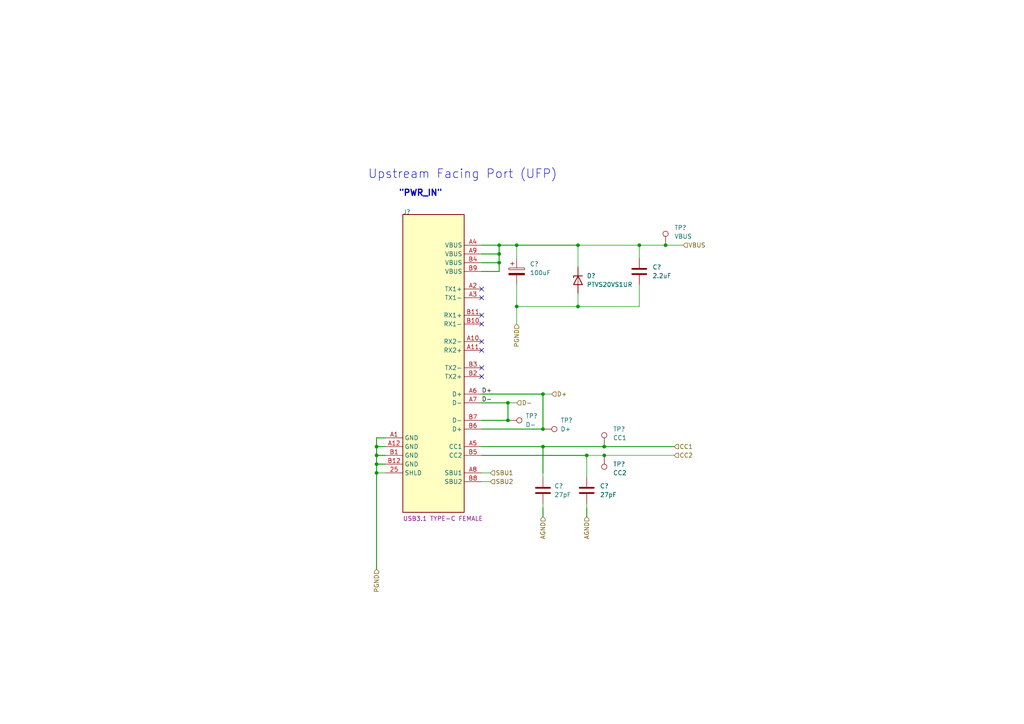
<source format=kicad_sch>
(kicad_sch (version 20211123) (generator eeschema)
  (paper "A4")
  (lib_symbols
    (symbol "Connector:TestPoint" (pin_numbers hide) (pin_names (offset 0.762) hide)
      (property "Reference" "TP" (at 0 6.858 0))
      (property "Value" "TestPoint" (at 0 5.08 0))
      (symbol "TestPoint_0_1"
        (circle (center 0 3.302) (radius 0.762))
      )
      (symbol "TestPoint_1_1"
        (pin passive line (at 0 0 90) (length 2.54) (name "1") (number "1"))
      )
    )
    (symbol "Device:C" (pin_numbers hide) (pin_names (offset 0.254))
      (property "Reference" "C" (at 0.635 2.54 0))
      (property "Value" "C" (at 0.635 -2.54 0))
      (symbol "C_0_1"
        (polyline (pts (xy -2.032 -0.762) (xy 2.032 -0.762)) (stroke (width 0.508)))
        (polyline (pts (xy -2.032 0.762) (xy 2.032 0.762)) (stroke (width 0.508)))
      )
      (symbol "C_1_1"
        (pin passive line (at 0 3.81 270) (length 2.794) (name "~") (number "1"))
        (pin passive line (at 0 -3.81 90) (length 2.794) (name "~") (number "2"))
      )
    )
    (symbol "Device:C_Polarized" (pin_numbers hide) (pin_names (offset 0.254))
      (property "Reference" "C" (at 0.635 2.54 0))
      (property "Value" "C_Polarized" (at 0.635 -2.54 0))
      (symbol "C_Polarized_0_1"
        (rectangle (start -2.286 0.508) (end 2.286 1.016))
        (polyline (pts (xy -1.778 2.286) (xy -0.762 2.286)))
        (polyline (pts (xy -1.27 2.794) (xy -1.27 1.778)))
        (rectangle (start 2.286 -0.508) (end -2.286 -1.016) (fill (type outline)))
      )
      (symbol "C_Polarized_1_1"
        (pin passive line (at 0 3.81 270) (length 2.794) (name "~") (number "1"))
        (pin passive line (at 0 -3.81 90) (length 2.794) (name "~") (number "2"))
      )
    )
    (symbol "Device:D_Zener" (pin_numbers hide) (pin_names (offset 1.016) hide)
      (property "Reference" "D" (at 0 2.54 0))
      (property "Value" "D_Zener" (at 0 -2.54 0))
      (symbol "D_Zener_0_1"
        (polyline (pts (xy 1.27 0) (xy -1.27 0)))
        (polyline (pts (xy -1.27 -1.27) (xy -1.27 1.27) (xy -0.762 1.27)) (stroke (width 0.254)))
        (polyline (pts (xy 1.27 -1.27) (xy 1.27 1.27) (xy -1.27 0) (xy 1.27 -1.27)) (stroke (width 0.254)))
      )
      (symbol "D_Zener_1_1"
        (pin passive line (at -3.81 0 0) (length 2.54) (name "K") (number "1"))
        (pin passive line (at 3.81 0 180) (length 2.54) (name "A") (number "2"))
      )
    )
    (symbol "Top-altium-import:0_mirrored_USBC_Receptacle_SMD_RA"
      (property "Value" "0_mirrored_USBC_Receptacle_SMD_RA" (at 0 0 0))
      (symbol "0_mirrored_USBC_Receptacle_SMD_RA_1_0"
        (rectangle (start 0 0) (end -17.78 -86.36) (stroke (width 0.254)) (fill (type background)))
        (pin passive line (at -22.86 -74.93 0) (length 5.08) (name "SHLD") (number "25"))
        (pin passive line (at -22.86 -64.77 0) (length 5.08) (name "GND") (number "A1"))
        (pin passive line (at 5.08 -36.83 180) (length 5.08) (name "RX2-") (number "A10"))
        (pin passive line (at 5.08 -39.37 180) (length 5.08) (name "RX2+") (number "A11"))
        (pin passive line (at -22.86 -67.31 0) (length 5.08) (name "GND") (number "A12"))
        (pin passive line (at 5.08 -21.59 180) (length 5.08) (name "TX1+") (number "A2"))
        (pin passive line (at 5.08 -24.13 180) (length 5.08) (name "TX1-") (number "A3"))
        (pin passive line (at 5.08 -8.89 180) (length 5.08) (name "VBUS") (number "A4"))
        (pin passive line (at 5.08 -67.31 180) (length 5.08) (name "CC1") (number "A5"))
        (pin passive line (at 5.08 -52.07 180) (length 5.08) (name "D+") (number "A6"))
        (pin passive line (at 5.08 -54.61 180) (length 5.08) (name "D-") (number "A7"))
        (pin passive line (at 5.08 -74.93 180) (length 5.08) (name "SBU1") (number "A8"))
        (pin passive line (at 5.08 -11.43 180) (length 5.08) (name "VBUS") (number "A9"))
        (pin passive line (at -22.86 -69.85 0) (length 5.08) (name "GND") (number "B1"))
        (pin passive line (at 5.08 -31.75 180) (length 5.08) (name "RX1-") (number "B10"))
        (pin passive line (at 5.08 -29.21 180) (length 5.08) (name "RX1+") (number "B11"))
        (pin passive line (at -22.86 -72.39 0) (length 5.08) (name "GND") (number "B12"))
        (pin passive line (at 5.08 -46.99 180) (length 5.08) (name "TX2+") (number "B2"))
        (pin passive line (at 5.08 -44.45 180) (length 5.08) (name "TX2-") (number "B3"))
        (pin passive line (at 5.08 -13.97 180) (length 5.08) (name "VBUS") (number "B4"))
        (pin passive line (at 5.08 -69.85 180) (length 5.08) (name "CC2") (number "B5"))
        (pin passive line (at 5.08 -62.23 180) (length 5.08) (name "D+") (number "B6"))
        (pin passive line (at 5.08 -59.69 180) (length 5.08) (name "D-") (number "B7"))
        (pin passive line (at 5.08 -77.47 180) (length 5.08) (name "SBU2") (number "B8"))
        (pin passive line (at 5.08 -16.51 180) (length 5.08) (name "VBUS") (number "B9"))
      )
    )
  )
  (junction (at 157.48 124.46))
  (junction (at 167.64 88.9))
  (junction (at 157.48 114.3))
  (junction (at 147.32 116.84))
  (junction (at 149.86 71.12))
  (junction (at 147.32 121.92))
  (junction (at 175.26 132.08))
  (junction (at 193.04 71.12))
  (junction (at 109.22 132.08))
  (junction (at 144.78 76.2))
  (junction (at 109.22 137.16))
  (junction (at 109.22 134.62))
  (junction (at 144.78 71.12))
  (junction (at 109.22 129.54))
  (junction (at 170.18 132.08))
  (junction (at 175.26 129.54))
  (junction (at 157.48 129.54))
  (junction (at 149.86 88.9))
  (junction (at 144.78 73.66))
  (junction (at 185.42 71.12))
  (junction (at 167.64 71.12))
  (no_connect (at 139.7 99.06))
  (no_connect (at 139.7 109.22))
  (no_connect (at 139.7 93.98))
  (no_connect (at 139.7 101.6))
  (no_connect (at 139.7 91.44))
  (no_connect (at 139.7 83.82))
  (no_connect (at 139.7 86.36))
  (no_connect (at 139.7 106.68))
  (wire (pts (xy 157.48 146.05) (xy 157.48 147.32)))
  (wire (pts (xy 147.32 116.84) (xy 139.7 116.84)) (stroke (width 0.254)))
  (wire (pts (xy 185.42 71.12) (xy 193.04 71.12)))
  (wire (pts (xy 144.78 76.2) (xy 144.78 73.66)) (stroke (width 0.254)))
  (wire (pts (xy 144.78 71.12) (xy 149.86 71.12)) (stroke (width 0.254)))
  (wire (pts (xy 109.22 132.08) (xy 109.22 134.62)) (stroke (width 0.254)))
  (wire (pts (xy 139.7 129.54) (xy 157.48 129.54)) (stroke (width 0.254)))
  (wire (pts (xy 149.86 71.12) (xy 149.86 74.93)))
  (wire (pts (xy 139.7 76.2) (xy 144.78 76.2)) (stroke (width 0.254)))
  (wire (pts (xy 170.18 146.05) (xy 170.18 147.32)))
  (wire (pts (xy 170.18 132.08) (xy 170.18 138.43)))
  (wire (pts (xy 157.48 114.3) (xy 160.02 114.3)))
  (wire (pts (xy 157.48 137.16) (xy 157.48 138.43)))
  (wire (pts (xy 167.64 88.9) (xy 149.86 88.9)))
  (wire (pts (xy 109.22 127) (xy 109.22 129.54)) (stroke (width 0.254)))
  (wire (pts (xy 175.26 129.54) (xy 195.58 129.54)) (stroke (width 0.254)))
  (wire (pts (xy 170.18 132.08) (xy 175.26 132.08)))
  (wire (pts (xy 144.78 71.12) (xy 139.7 71.12)) (stroke (width 0.254)))
  (wire (pts (xy 193.04 71.12) (xy 198.12 71.12)))
  (wire (pts (xy 139.7 132.08) (xy 170.18 132.08)) (stroke (width 0.254)))
  (wire (pts (xy 109.22 137.16) (xy 109.22 165.1)) (stroke (width 0.254)))
  (wire (pts (xy 111.76 127) (xy 109.22 127)) (stroke (width 0.254)))
  (wire (pts (xy 139.7 139.7) (xy 142.24 139.7)))
  (wire (pts (xy 139.7 73.66) (xy 144.78 73.66)) (stroke (width 0.254)))
  (wire (pts (xy 149.86 93.98) (xy 149.86 88.9)))
  (wire (pts (xy 109.22 134.62) (xy 109.22 137.16)) (stroke (width 0.254)))
  (wire (pts (xy 149.86 71.12) (xy 167.64 71.12)) (stroke (width 0.254)))
  (wire (pts (xy 149.86 82.55) (xy 149.86 88.9)))
  (wire (pts (xy 185.42 71.12) (xy 185.42 74.93)))
  (wire (pts (xy 167.64 71.12) (xy 185.42 71.12)))
  (wire (pts (xy 111.76 134.62) (xy 109.22 134.62)) (stroke (width 0.254)))
  (wire (pts (xy 109.22 129.54) (xy 109.22 132.08)) (stroke (width 0.254)))
  (wire (pts (xy 170.18 149.86) (xy 170.18 147.32)) (stroke (width 0.254)))
  (wire (pts (xy 157.48 137.16) (xy 157.48 129.54)) (stroke (width 0.254)))
  (wire (pts (xy 139.7 78.74) (xy 144.78 78.74)) (stroke (width 0.254)))
  (wire (pts (xy 147.32 116.84) (xy 149.86 116.84)))
  (wire (pts (xy 167.64 88.9) (xy 185.42 88.9)))
  (wire (pts (xy 147.32 121.92) (xy 147.32 116.84)) (stroke (width 0.254)))
  (wire (pts (xy 139.7 137.16) (xy 142.24 137.16)))
  (wire (pts (xy 157.48 129.54) (xy 175.26 129.54)) (stroke (width 0.254)))
  (wire (pts (xy 144.78 73.66) (xy 144.78 71.12)) (stroke (width 0.254)))
  (wire (pts (xy 175.26 132.08) (xy 195.58 132.08)))
  (wire (pts (xy 111.76 129.54) (xy 109.22 129.54)) (stroke (width 0.254)))
  (wire (pts (xy 167.64 71.12) (xy 167.64 77.47)))
  (wire (pts (xy 109.22 137.16) (xy 111.76 137.16)))
  (wire (pts (xy 139.7 124.46) (xy 157.48 124.46)) (stroke (width 0.254)))
  (wire (pts (xy 144.78 78.74) (xy 144.78 76.2)) (stroke (width 0.254)))
  (wire (pts (xy 185.42 82.55) (xy 185.42 88.9)))
  (wire (pts (xy 157.48 149.86) (xy 157.48 147.32)) (stroke (width 0.254)))
  (wire (pts (xy 157.48 114.3) (xy 139.7 114.3)) (stroke (width 0.254)))
  (wire (pts (xy 167.64 85.09) (xy 167.64 88.9)))
  (wire (pts (xy 157.48 124.46) (xy 157.48 114.3)) (stroke (width 0.254)))
  (wire (pts (xy 111.76 132.08) (xy 109.22 132.08)) (stroke (width 0.254)))
  (wire (pts (xy 139.7 121.92) (xy 147.32 121.92)) (stroke (width 0.254)))
  (text "\"PWR_IN\"" (at 115.57 57.15 180) (effects (font (size 1.778 1.778) bold) (justify left bottom)))
  (text "Upstream Facing Port (UFP)" (at 106.68 52.07 180) (effects (font (size 2.54 2.54)) (justify left bottom)))
  (label "D-" (at 139.7 116.84 0))
  (label "D+" (at 139.7 114.3 0))
  (hierarchical_label "AGND" (shape input) (at 170.18 149.86 270))
  (hierarchical_label "AGND" (shape input) (at 157.48 149.86 270))
  (hierarchical_label "PGND" (shape input) (at 109.22 165.1 270))
  (hierarchical_label "CC1" (shape input) (at 195.58 129.54 0))
  (hierarchical_label "CC2" (shape input) (at 195.58 132.08 0))
  (hierarchical_label "VBUS" (shape input) (at 198.12 71.12 0))
  (hierarchical_label "SBU2" (shape input) (at 142.24 139.7 0))
  (hierarchical_label "D-" (shape input) (at 149.86 116.84 0))
  (hierarchical_label "PGND" (shape input) (at 149.86 93.98 270))
  (hierarchical_label "D+" (shape input) (at 160.02 114.3 0))
  (hierarchical_label "SBU1" (shape input) (at 142.24 137.16 0))
  (symbol (lib_id "Device:C") (at 185.42 78.74 0) (unit 1)
    (property "Reference" "C?" (at 189.23 77.4699 0) (effects (justify left)))
    (property "Value" "2.2uF" (at 189.23 80.0099 0) (effects (justify left)))
  )
  (symbol (lib_id "Connector:TestPoint") (at 157.48 124.46 270) (unit 1)
    (property "Reference" "TP?" (at 162.56 121.92 90) (effects (justify left)))
    (property "Value" "D+" (at 162.56 124.46 90) (effects (justify left)))
  )
  (symbol (lib_id "Device:D_Zener") (at 167.64 81.28 90) (mirror x) (unit 1)
    (property "Reference" "D?" (at 170.18 80.0099 90) (effects (justify right)))
    (property "Value" "PTVS20VS1UR" (at 170.18 82.5499 90) (effects (justify right)))
  )
  (symbol (lib_id "Device:C_Polarized") (at 149.86 78.74 0) (unit 1)
    (property "Reference" "C?" (at 153.67 76.5809 0) (effects (justify left)))
    (property "Value" "100uF" (at 153.67 79.1209 0) (effects (justify left)))
  )
  (symbol (lib_id "Connector:TestPoint") (at 175.26 129.54 0) (unit 1)
    (property "Reference" "TP?" (at 177.8 124.46 0) (effects (justify left)))
    (property "Value" "CC1" (at 177.8 127 0) (effects (justify left)))
  )
  (symbol (lib_id "Device:C") (at 170.18 142.24 0) (unit 1)
    (property "Reference" "C?" (at 173.99 140.9699 0) (effects (justify left)))
    (property "Value" "27pF" (at 173.99 143.5099 0) (effects (justify left)))
    (property "Description" "50V" (effects hide))
  )
  (symbol (lib_id "Connector:TestPoint") (at 193.04 71.12 0) (unit 1)
    (property "Reference" "TP?" (at 195.58 66.04 0) (effects (justify left)))
    (property "Value" "VBUS" (at 195.58 68.58 0) (effects (justify left)))
  )
  (symbol (lib_id "Top-altium-import:0_mirrored_USBC_Receptacle_SMD_RA") (at 134.62 62.23 0) (unit 1)
    (property "Reference" "J?" (at 116.84 62.23 0) (effects (justify left bottom)))
    (property "Value" "USBC_Receptacle_SMD_RA" (effects hide))
    (property "Footprint" "AltiumImports:CON_USB3.1-C_RCPT_SMD_RA_ACP_12401610E4#2A" (effects hide))
    (property "MCHP-ID" "CON1809" (effects hide))
    (property "ALTIUM_VALUE" "USB3.1 TYPE-C FEMALE" (at 116.84 151.13 0) (effects (justify left bottom)))
    (property "REVISION" "1" (effects hide))
    (property "SYMBOL" "USBC_Receptacle_SMD_RA" (effects hide))
    (property "DESCRIPTION_" "CON USB3.1 TID TYPE-C Female SMD R/A" (effects hide))
    (property "STATUS" "MCL Design" (effects hide))
    (property "DEV TOOLS STATUS" "Production" (effects hide))
    (property "COMPONENTLINK1URL" "https://chn-vm-apps.microchip.com/mchprepo/parts/Datasheets/USBC-Receptacle-SMT-RA-Amphenol" (effects hide))
    (property "COMPONENTLINK1DESCRIPTION" "SVN Datasheet" (effects hide))
    (property "COMPONENTLINK2URL" "C~{:}ALTIUM_WOR~{K}00001_MCHP-CD~{B}Datasheet~{s}USBC-Receptacle-SMT-RA-Amphenol" (effects hide))
    (property "COMPONENTLINK2DESCRIPTION" "Local Datasheet" (effects hide))
    (property "COMPONENTLINK3URL" "C~{:}ALTIUM_WOR~{K}00001_MCHP-CD~{B}Librar~{y}LibraryRef~{s}USBC_Receptacle_SMD_RA.SchLib" (effects hide))
    (property "COMPONENTLINK3DESCRIPTION" "Open Symbol" (effects hide))
    (property "COMPONENTLINK4URL" "C~{:}ALTIUM_WOR~{K}00001_MCHP-CD~{B}Librar~{y}Footprint~{s}CON_USB3.1-C_RCPT_SMD_RA_ACP_12401610E4#2A.PcbLib" (effects hide))
    (property "COMPONENTLINK4DESCRIPTION" "Open Footprint" (effects hide))
    (property "COMPONENTLINK5DESCRIPTION" "Open Footprint 2" (effects hide))
    (property "COMPONENTLINK6DESCRIPTION" "Open Footprint 3" (effects hide))
    (property "COMPONENTLINK7DESCRIPTION" "Open Footprint 4" (effects hide))
    (property "TYPE" "USB" (effects hide))
    (property "CATEGORY" "Connector" (effects hide))
    (property "OWNER" "Jennifer Hancock" (effects hide))
    (property "CURRENT" "5A" (effects hide))
    (property "MANUFACTURER 1" "Amphenol Commercial Products" (effects hide))
    (property "MANUFACTURER PART NUMBER 1" "12401610E4#2A" (effects hide))
    (property "SUPPLIER 1" "Digi-Key" (effects hide))
    (property "SUPPLIER PART NUMBER 1" "12401610E4#2ACT-ND" (effects hide))
    (property "CUSTOM PARAMETERS" "TID=5200000514,UNG=Approved" (effects hide))
    (property "POPULATED" "YES" (effects hide))
    (property "QUANTITY OVERRIDE" "1" (effects hide))
  )
  (symbol (lib_id "Connector:TestPoint") (at 147.32 121.92 270) (unit 1)
    (property "Reference" "TP?" (at 152.4 120.6499 90) (effects (justify left)))
    (property "Value" "D-" (at 152.4 123.1899 90) (effects (justify left)))
  )
  (symbol (lib_id "Connector:TestPoint") (at 175.26 132.08 180) (unit 1)
    (property "Reference" "TP?" (at 177.8 134.62 0) (effects (justify right)))
    (property "Value" "CC2" (at 177.8 137.16 0) (effects (justify right)))
  )
  (symbol (lib_id "Device:C") (at 157.48 142.24 0) (unit 1)
    (property "Reference" "C?" (at 160.782 140.97 0) (effects (justify left)))
    (property "Value" "27pF" (at 160.782 143.51 0) (effects (justify left)))
    (property "Description" "50V" (effects hide))
  )
)
</source>
